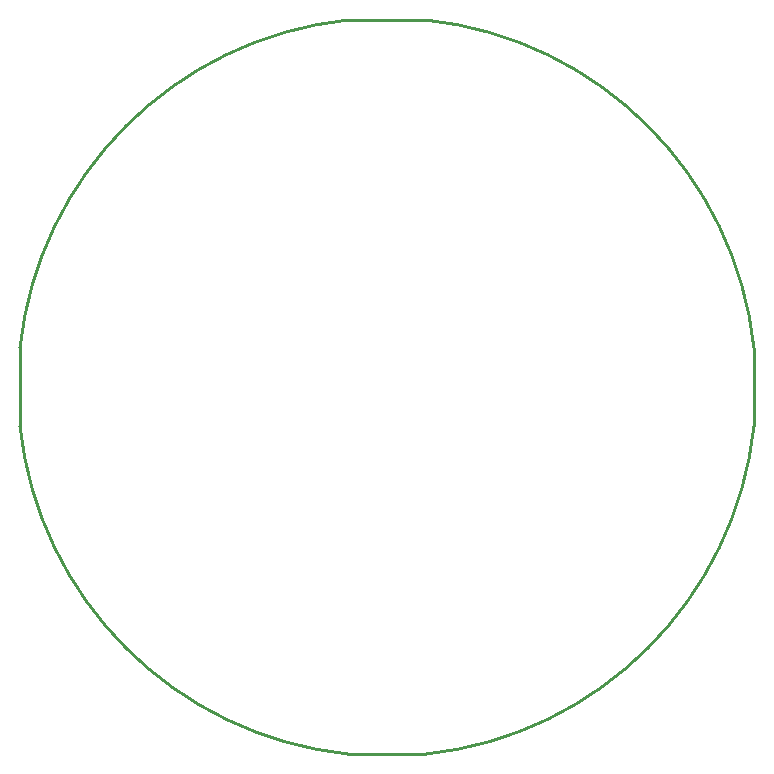
<source format=gm1>
G04 Layer_Color=16711935*
%FSLAX25Y25*%
%MOIN*%
G70*
G01*
G75*
%ADD36C,0.01000*%
D36*
X122344Y12993D02*
G03*
X12993Y122344I-122344J-12993D01*
G01*
Y-122344D02*
G03*
X122344Y-12993I-12993J122344D01*
G01*
X-12993Y122344D02*
G03*
X-122344Y12993I12993J-122344D01*
G01*
Y-12993D02*
G03*
X-12993Y-122344I122344J12993D01*
G01*
X-12992Y122343D02*
X12992D01*
X-12992Y-122343D02*
X12992D01*
X-122343Y-12992D02*
Y12992D01*
X122343Y-12992D02*
Y12992D01*
M02*

</source>
